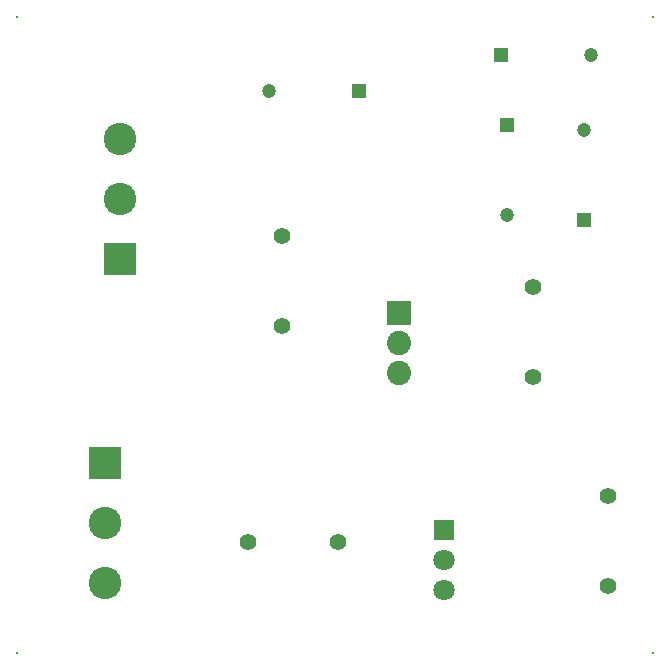
<source format=gbs>
G04*
G04 #@! TF.GenerationSoftware,Altium Limited,Altium Designer,22.4.2 (48)*
G04*
G04 Layer_Color=16711935*
%FSLAX25Y25*%
%MOIN*%
G70*
G04*
G04 #@! TF.SameCoordinates,86ED126B-1A43-4ADE-9BAE-4DEA70944F59*
G04*
G04*
G04 #@! TF.FilePolarity,Negative*
G04*
G01*
G75*
%ADD14C,0.05524*%
%ADD15R,0.07099X0.07099*%
%ADD16C,0.07099*%
%ADD17C,0.10839*%
%ADD18R,0.10839X0.10839*%
%ADD19C,0.00800*%
%ADD20C,0.08071*%
%ADD21R,0.08071X0.08071*%
%ADD22C,0.04724*%
%ADD23R,0.04724X0.04724*%
%ADD24R,0.04724X0.04724*%
D14*
X184000Y104000D02*
D03*
Y134000D02*
D03*
X89000Y49000D02*
D03*
X119000D02*
D03*
X100500Y151000D02*
D03*
Y121000D02*
D03*
X209000Y64500D02*
D03*
Y34500D02*
D03*
D15*
X154500Y53000D02*
D03*
D16*
Y43000D02*
D03*
Y33000D02*
D03*
D17*
X41500Y35500D02*
D03*
Y55500D02*
D03*
X46500Y163500D02*
D03*
Y183500D02*
D03*
D18*
X41500Y75500D02*
D03*
X46500Y143500D02*
D03*
D19*
X12106Y224114D02*
D03*
Y12106D02*
D03*
X224114D02*
D03*
Y224114D02*
D03*
D20*
X139374Y105520D02*
D03*
Y115500D02*
D03*
D21*
Y125480D02*
D03*
D22*
X201000Y186512D02*
D03*
X175500Y157988D02*
D03*
X95988Y199500D02*
D03*
X203512Y211500D02*
D03*
D23*
X201000Y156488D02*
D03*
X175500Y188012D02*
D03*
D24*
X126012Y199500D02*
D03*
X173488Y211500D02*
D03*
M02*

</source>
